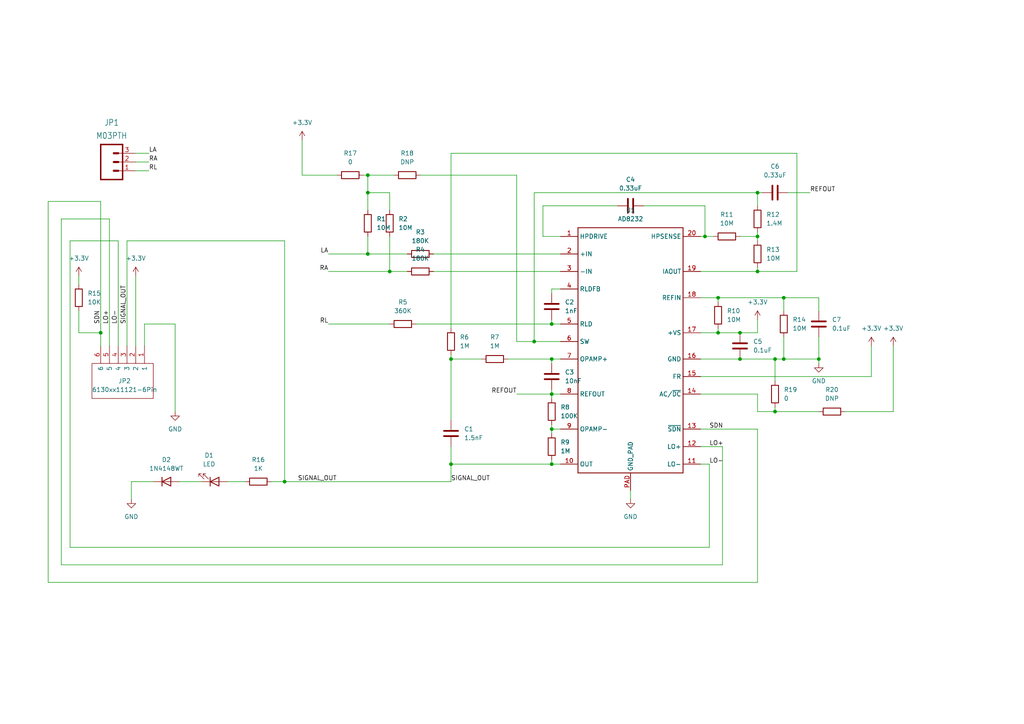
<source format=kicad_sch>
(kicad_sch (version 20211123) (generator eeschema)
  (paper "A4")
  (lib_symbols
    (symbol "AD8232:6130xx11121-6Pin" (pin_names (offset 0.762))
      (property "Reference" "J" (at 16.51 7.62 0))
      (property "Value" "6130xx11121-6Pin" (at 16.51 5.08 0))
      (symbol "6130xx11121-6Pin_0_0"
        (pin passive line (at 0 0 0) (length 5.08) (name "1") (number "1"))
        (pin passive line (at 0 -2.54 0) (length 5.08) (name "2") (number "2"))
        (pin passive line (at 0 -5.08 0) (length 5.08) (name "3") (number "3"))
        (pin passive line (at 0 -7.62 0) (length 5.08) (name "4") (number "4"))
        (pin passive line (at 0 -10.16 0) (length 5.08) (name "5") (number "5"))
        (pin passive line (at 0 -12.7 0) (length 5.08) (name "6") (number "6"))
      )
      (symbol "6130xx11121-6Pin_0_1"
        (polyline (pts (xy 5.08 2.54) (xy 15.24 2.54) (xy 15.24 -15.24) (xy 5.08 -15.24) (xy 5.08 2.54)) (stroke (width 0.1524)))
      )
    )
    (symbol "AD8232:AD8232"
      (property "Reference" "U?" (at -15.24 45.72 0))
      (property "Value" "AD8232" (at -15.24 -30.48 0))
      (symbol "AD8232_1_0"
        (polyline (pts (xy -15.24 -27.94) (xy -15.24 43.18)) (stroke (width 0.254)))
        (polyline (pts (xy -15.24 43.18) (xy 15.24 43.18)) (stroke (width 0.254)))
        (polyline (pts (xy 15.24 -27.94) (xy -15.24 -27.94)) (stroke (width 0.254)))
        (polyline (pts (xy 15.24 43.18) (xy 15.24 -27.94)) (stroke (width 0.254)))
        (pin bidirectional line (at -20.32 40.64 0) (length 5.08) (name "HPDRIVE") (number "1"))
        (pin bidirectional line (at -20.32 -25.4 0) (length 5.08) (name "OUT") (number "10"))
        (pin bidirectional line (at 20.32 -25.4 180) (length 5.08) (name "LO-") (number "11"))
        (pin bidirectional line (at 20.32 -20.32 180) (length 5.08) (name "LO+") (number "12"))
        (pin bidirectional line (at 20.32 -15.24 180) (length 5.08) (name "~{SDN}") (number "13"))
        (pin bidirectional line (at 20.32 -5.08 180) (length 5.08) (name "AC/~{DC}") (number "14"))
        (pin bidirectional line (at 20.32 0 180) (length 5.08) (name "FR") (number "15"))
        (pin bidirectional line (at 20.32 5.08 180) (length 5.08) (name "GND") (number "16"))
        (pin bidirectional line (at 20.32 12.7 180) (length 5.08) (name "+VS") (number "17"))
        (pin bidirectional line (at 20.32 22.86 180) (length 5.08) (name "REFIN") (number "18"))
        (pin bidirectional line (at 20.32 30.48 180) (length 5.08) (name "IAOUT") (number "19"))
        (pin bidirectional line (at -20.32 35.56 0) (length 5.08) (name "+IN") (number "2"))
        (pin bidirectional line (at 20.32 40.64 180) (length 5.08) (name "HPSENSE") (number "20"))
        (pin bidirectional line (at -20.32 30.48 0) (length 5.08) (name "-IN") (number "3"))
        (pin bidirectional line (at -20.32 25.4 0) (length 5.08) (name "RLDFB") (number "4"))
        (pin bidirectional line (at -20.32 15.24 0) (length 5.08) (name "RLD") (number "5"))
        (pin bidirectional line (at -20.32 10.16 0) (length 5.08) (name "SW") (number "6"))
        (pin bidirectional line (at -20.32 5.08 0) (length 5.08) (name "OPAMP+") (number "7"))
        (pin bidirectional line (at -20.32 -5.08 0) (length 5.08) (name "REFOUT") (number "8"))
        (pin bidirectional line (at -20.32 -15.24 0) (length 5.08) (name "OPAMP-") (number "9"))
        (pin bidirectional line (at 0 -33.02 90) (length 5.08) (name "GND_PAD") (number "PAD"))
      )
    )
    (symbol "AD8232:M03PTH"
      (property "Reference" "JP1" (at 5.842 2.54 0))
      (property "Value" "M03PTH" (at -7.62 2.54 0))
      (symbol "M03PTH_1_0"
        (polyline (pts (xy -2.54 5.08) (xy -2.54 -5.08)) (stroke (width 0.4064)))
        (polyline (pts (xy -2.54 5.08) (xy 3.81 5.08)) (stroke (width 0.4064)))
        (polyline (pts (xy 1.27 -2.54) (xy 2.54 -2.54)) (stroke (width 0.6096)))
        (polyline (pts (xy 1.27 0) (xy 2.54 0)) (stroke (width 0.6096)))
        (polyline (pts (xy 1.27 2.54) (xy 2.54 2.54)) (stroke (width 0.6096)))
        (polyline (pts (xy 3.81 -5.08) (xy -2.54 -5.08)) (stroke (width 0.4064)))
        (polyline (pts (xy 3.81 -5.08) (xy 3.81 5.08)) (stroke (width 0.4064)))
        (pin passive line (at 7.62 -2.54 180) (length 5.08) (name "1") (number "1"))
        (pin passive line (at 7.62 0 180) (length 5.08) (name "2") (number "2"))
        (pin passive line (at 7.62 2.54 180) (length 5.08) (name "3") (number "3"))
      )
    )
    (symbol "Device:C" (pin_numbers hide) (pin_names (offset 0.254))
      (property "Reference" "C" (at 0.635 2.54 0))
      (property "Value" "C" (at 0.635 -2.54 0))
      (symbol "C_0_1"
        (polyline (pts (xy -2.032 -0.762) (xy 2.032 -0.762)) (stroke (width 0.508)))
        (polyline (pts (xy -2.032 0.762) (xy 2.032 0.762)) (stroke (width 0.508)))
      )
      (symbol "C_1_1"
        (pin passive line (at 0 3.81 270) (length 2.794) (name "~") (number "1"))
        (pin passive line (at 0 -3.81 90) (length 2.794) (name "~") (number "2"))
      )
    )
    (symbol "Device:LED" (pin_numbers hide) (pin_names (offset 1.016) hide)
      (property "Reference" "D" (at 0 2.54 0))
      (property "Value" "LED" (at 0 -2.54 0))
      (symbol "LED_0_1"
        (polyline (pts (xy -1.27 -1.27) (xy -1.27 1.27)) (stroke (width 0.254)))
        (polyline (pts (xy -1.27 0) (xy 1.27 0)))
        (polyline (pts (xy 1.27 -1.27) (xy 1.27 1.27) (xy -1.27 0) (xy 1.27 -1.27)) (stroke (width 0.254)))
        (polyline (pts (xy -3.048 -0.762) (xy -4.572 -2.286) (xy -3.81 -2.286) (xy -4.572 -2.286) (xy -4.572 -1.524)))
        (polyline (pts (xy -1.778 -0.762) (xy -3.302 -2.286) (xy -2.54 -2.286) (xy -3.302 -2.286) (xy -3.302 -1.524)))
      )
      (symbol "LED_1_1"
        (pin passive line (at -3.81 0 0) (length 2.54) (name "K") (number "1"))
        (pin passive line (at 3.81 0 180) (length 2.54) (name "A") (number "2"))
      )
    )
    (symbol "Device:R" (pin_numbers hide) (pin_names (offset 0))
      (property "Reference" "R" (at 2.032 0 90))
      (property "Value" "R" (at 0 0 90))
      (symbol "R_0_1"
        (rectangle (start -1.016 -2.54) (end 1.016 2.54) (stroke (width 0.254)))
      )
      (symbol "R_1_1"
        (pin passive line (at 0 3.81 270) (length 1.27) (name "~") (number "1"))
        (pin passive line (at 0 -3.81 90) (length 1.27) (name "~") (number "2"))
      )
    )
    (symbol "Diode:1N4148WT" (pin_numbers hide) (pin_names (offset 1.016) hide)
      (property "Reference" "D" (at 0 2.54 0))
      (property "Value" "1N4148WT" (at 0 -2.54 0))
      (symbol "1N4148WT_0_1"
        (polyline (pts (xy -1.27 1.27) (xy -1.27 -1.27)) (stroke (width 0.254)))
        (polyline (pts (xy 1.27 0) (xy -1.27 0)))
        (polyline (pts (xy 1.27 1.27) (xy 1.27 -1.27) (xy -1.27 0) (xy 1.27 1.27)) (stroke (width 0.254)))
      )
      (symbol "1N4148WT_1_1"
        (pin passive line (at -3.81 0 0) (length 2.54) (name "K") (number "1"))
        (pin passive line (at 3.81 0 180) (length 2.54) (name "A") (number "2"))
      )
    )
    (symbol "power:+3.3V" (power) (pin_names (offset 0))
      (property "Value" "+3.3V" (at 0 3.556 0))
      (symbol "+3.3V_0_1"
        (polyline (pts (xy -0.762 1.27) (xy 0 2.54)))
        (polyline (pts (xy 0 0) (xy 0 2.54)))
        (polyline (pts (xy 0 2.54) (xy 0.762 1.27)))
      )
      (symbol "+3.3V_1_1"
        (pin power_in line (at 0 0 90) (length 0) hide (name "+3.3V") (number "1"))
      )
    )
    (symbol "power:GND" (power) (pin_names (offset 0))
      (property "Value" "GND" (at 0 -3.81 0))
      (symbol "GND_0_1"
        (polyline (pts (xy 0 0) (xy 0 -1.27) (xy 1.27 -1.27) (xy 0 -2.54) (xy -1.27 -1.27) (xy 0 -1.27)))
      )
      (symbol "GND_1_1"
        (pin power_in line (at 0 0 270) (length 0) hide (name "GND") (number "1"))
      )
    )
  )
  (junction (at 106.68 73.66))
  (junction (at 214.63 104.14))
  (junction (at 219.71 55.88))
  (junction (at 208.28 96.52))
  (junction (at 208.28 86.36))
  (junction (at 82.55 139.7))
  (junction (at 154.94 99.06))
  (junction (at 219.71 78.74))
  (junction (at 224.79 119.38))
  (junction (at 160.02 93.98))
  (junction (at 160.02 134.62))
  (junction (at 106.68 55.88))
  (junction (at 160.02 124.46))
  (junction (at 204.47 68.58))
  (junction (at 237.49 104.14))
  (junction (at 227.33 104.14))
  (junction (at 160.02 104.14))
  (junction (at 113.03 78.74))
  (junction (at 130.81 104.14))
  (junction (at 227.33 86.36))
  (junction (at 214.63 96.52))
  (junction (at 106.68 50.8))
  (junction (at 29.21 96.52))
  (junction (at 130.81 134.62))
  (junction (at 219.71 68.58))
  (junction (at 160.02 114.3))
  (junction (at 224.79 104.14))
  (wire (pts (xy 160.02 124.46) (xy 162.56 124.46)))
  (wire (pts (xy 50.8 93.98) (xy 50.8 119.38)))
  (wire (pts (xy 160.02 134.62) (xy 162.56 134.62)))
  (wire (pts (xy 160.02 114.3) (xy 160.02 113.03)))
  (wire (pts (xy 208.28 96.52) (xy 214.63 96.52)))
  (wire (pts (xy 224.79 104.14) (xy 224.79 110.49)))
  (wire (pts (xy 41.91 93.98) (xy 50.8 93.98)))
  (wire (pts (xy 17.78 163.83) (xy 17.78 63.5)))
  (wire (pts (xy 157.48 68.58) (xy 157.48 59.69)))
  (wire (pts (xy 125.73 73.66) (xy 162.56 73.66)))
  (wire (pts (xy 154.94 55.88) (xy 154.94 99.06)))
  (wire (pts (xy 209.55 163.83) (xy 17.78 163.83)))
  (wire (pts (xy 97.79 50.8) (xy 87.63 50.8)))
  (wire (pts (xy 214.63 68.58) (xy 219.71 68.58)))
  (wire (pts (xy 203.2 96.52) (xy 208.28 96.52)))
  (wire (pts (xy 219.71 55.88) (xy 154.94 55.88)))
  (wire (pts (xy 130.81 102.87) (xy 130.81 104.14)))
  (wire (pts (xy 113.03 68.58) (xy 113.03 78.74)))
  (wire (pts (xy 203.2 124.46) (xy 219.71 124.46)))
  (wire (pts (xy 227.33 86.36) (xy 237.49 86.36)))
  (wire (pts (xy 245.11 119.38) (xy 259.08 119.38)))
  (wire (pts (xy 160.02 92.71) (xy 160.02 93.98)))
  (wire (pts (xy 17.78 63.5) (xy 31.75 63.5)))
  (wire (pts (xy 147.32 104.14) (xy 160.02 104.14)))
  (wire (pts (xy 205.74 134.62) (xy 205.74 158.75)))
  (wire (pts (xy 130.81 134.62) (xy 130.81 139.7)))
  (wire (pts (xy 22.86 80.01) (xy 22.86 82.55)))
  (wire (pts (xy 29.21 58.42) (xy 29.21 96.52)))
  (wire (pts (xy 113.03 55.88) (xy 113.03 60.96)))
  (wire (pts (xy 162.56 104.14) (xy 160.02 104.14)))
  (wire (pts (xy 41.91 100.33) (xy 41.91 93.98)))
  (wire (pts (xy 13.97 168.91) (xy 13.97 58.42)))
  (wire (pts (xy 20.32 158.75) (xy 20.32 69.85)))
  (wire (pts (xy 252.73 100.33) (xy 252.73 109.22)))
  (wire (pts (xy 120.65 93.98) (xy 160.02 93.98)))
  (wire (pts (xy 203.2 78.74) (xy 219.71 78.74)))
  (wire (pts (xy 162.56 93.98) (xy 160.02 93.98)))
  (wire (pts (xy 219.71 119.38) (xy 219.71 114.3)))
  (wire (pts (xy 160.02 133.35) (xy 160.02 134.62)))
  (wire (pts (xy 38.1 139.7) (xy 38.1 144.78)))
  (wire (pts (xy 203.2 104.14) (xy 214.63 104.14)))
  (wire (pts (xy 160.02 114.3) (xy 160.02 115.57)))
  (wire (pts (xy 149.86 114.3) (xy 160.02 114.3)))
  (wire (pts (xy 231.14 44.45) (xy 130.81 44.45)))
  (wire (pts (xy 182.88 142.24) (xy 182.88 144.78)))
  (wire (pts (xy 29.21 96.52) (xy 22.86 96.52)))
  (wire (pts (xy 87.63 50.8) (xy 87.63 40.64)))
  (wire (pts (xy 31.75 63.5) (xy 31.75 100.33)))
  (wire (pts (xy 13.97 58.42) (xy 29.21 58.42)))
  (wire (pts (xy 203.2 134.62) (xy 205.74 134.62)))
  (wire (pts (xy 208.28 95.25) (xy 208.28 96.52)))
  (wire (pts (xy 219.71 55.88) (xy 220.98 55.88)))
  (wire (pts (xy 78.74 139.7) (xy 82.55 139.7)))
  (wire (pts (xy 219.71 67.31) (xy 219.71 68.58)))
  (wire (pts (xy 227.33 86.36) (xy 227.33 90.17)))
  (wire (pts (xy 231.14 78.74) (xy 231.14 44.45)))
  (wire (pts (xy 219.71 168.91) (xy 13.97 168.91)))
  (wire (pts (xy 39.37 80.01) (xy 39.37 100.33)))
  (wire (pts (xy 219.71 78.74) (xy 231.14 78.74)))
  (wire (pts (xy 203.2 68.58) (xy 204.47 68.58)))
  (wire (pts (xy 209.55 129.54) (xy 209.55 163.83)))
  (wire (pts (xy 203.2 114.3) (xy 219.71 114.3)))
  (wire (pts (xy 82.55 69.85) (xy 82.55 139.7)))
  (wire (pts (xy 219.71 124.46) (xy 219.71 168.91)))
  (wire (pts (xy 106.68 73.66) (xy 118.11 73.66)))
  (wire (pts (xy 95.25 93.98) (xy 113.03 93.98)))
  (wire (pts (xy 259.08 100.33) (xy 259.08 119.38)))
  (wire (pts (xy 219.71 92.71) (xy 219.71 96.52)))
  (wire (pts (xy 29.21 96.52) (xy 29.21 100.33)))
  (wire (pts (xy 106.68 55.88) (xy 113.03 55.88)))
  (wire (pts (xy 160.02 104.14) (xy 160.02 105.41)))
  (wire (pts (xy 160.02 83.82) (xy 160.02 85.09)))
  (wire (pts (xy 66.04 139.7) (xy 71.12 139.7)))
  (wire (pts (xy 203.2 86.36) (xy 208.28 86.36)))
  (wire (pts (xy 219.71 119.38) (xy 224.79 119.38)))
  (wire (pts (xy 227.33 97.79) (xy 227.33 104.14)))
  (wire (pts (xy 237.49 86.36) (xy 237.49 90.17)))
  (wire (pts (xy 130.81 44.45) (xy 130.81 95.25)))
  (wire (pts (xy 204.47 68.58) (xy 207.01 68.58)))
  (wire (pts (xy 219.71 68.58) (xy 219.71 69.85)))
  (wire (pts (xy 121.92 50.8) (xy 149.86 50.8)))
  (wire (pts (xy 106.68 50.8) (xy 106.68 55.88)))
  (wire (pts (xy 105.41 50.8) (xy 106.68 50.8)))
  (wire (pts (xy 130.81 134.62) (xy 160.02 134.62)))
  (wire (pts (xy 219.71 77.47) (xy 219.71 78.74)))
  (wire (pts (xy 22.86 90.17) (xy 22.86 96.52)))
  (wire (pts (xy 219.71 55.88) (xy 219.71 59.69)))
  (wire (pts (xy 130.81 129.54) (xy 130.81 134.62)))
  (wire (pts (xy 130.81 104.14) (xy 139.7 104.14)))
  (wire (pts (xy 203.2 129.54) (xy 209.55 129.54)))
  (wire (pts (xy 227.33 104.14) (xy 237.49 104.14)))
  (wire (pts (xy 162.56 68.58) (xy 157.48 68.58)))
  (wire (pts (xy 44.45 139.7) (xy 38.1 139.7)))
  (wire (pts (xy 39.37 44.45) (xy 43.18 44.45)))
  (wire (pts (xy 20.32 69.85) (xy 34.29 69.85)))
  (wire (pts (xy 52.07 139.7) (xy 58.42 139.7)))
  (wire (pts (xy 214.63 96.52) (xy 219.71 96.52)))
  (wire (pts (xy 205.74 158.75) (xy 20.32 158.75)))
  (wire (pts (xy 118.11 78.74) (xy 113.03 78.74)))
  (wire (pts (xy 106.68 68.58) (xy 106.68 73.66)))
  (wire (pts (xy 39.37 46.99) (xy 43.18 46.99)))
  (wire (pts (xy 95.25 78.74) (xy 113.03 78.74)))
  (wire (pts (xy 154.94 99.06) (xy 149.86 99.06)))
  (wire (pts (xy 82.55 139.7) (xy 130.81 139.7)))
  (wire (pts (xy 203.2 109.22) (xy 252.73 109.22)))
  (wire (pts (xy 214.63 104.14) (xy 224.79 104.14)))
  (wire (pts (xy 149.86 99.06) (xy 149.86 50.8)))
  (wire (pts (xy 208.28 86.36) (xy 227.33 86.36)))
  (wire (pts (xy 208.28 86.36) (xy 208.28 87.63)))
  (wire (pts (xy 186.69 59.69) (xy 204.47 59.69)))
  (wire (pts (xy 36.83 69.85) (xy 36.83 100.33)))
  (wire (pts (xy 160.02 123.19) (xy 160.02 124.46)))
  (wire (pts (xy 162.56 114.3) (xy 160.02 114.3)))
  (wire (pts (xy 106.68 55.88) (xy 106.68 60.96)))
  (wire (pts (xy 162.56 99.06) (xy 154.94 99.06)))
  (wire (pts (xy 162.56 83.82) (xy 160.02 83.82)))
  (wire (pts (xy 82.55 69.85) (xy 36.83 69.85)))
  (wire (pts (xy 34.29 69.85) (xy 34.29 100.33)))
  (wire (pts (xy 125.73 78.74) (xy 162.56 78.74)))
  (wire (pts (xy 157.48 59.69) (xy 179.07 59.69)))
  (wire (pts (xy 160.02 125.73) (xy 160.02 124.46)))
  (wire (pts (xy 204.47 59.69) (xy 204.47 68.58)))
  (wire (pts (xy 237.49 119.38) (xy 224.79 119.38)))
  (wire (pts (xy 95.25 73.66) (xy 106.68 73.66)))
  (wire (pts (xy 130.81 104.14) (xy 130.81 121.92)))
  (wire (pts (xy 237.49 105.41) (xy 237.49 104.14)))
  (wire (pts (xy 237.49 97.79) (xy 237.49 104.14)))
  (wire (pts (xy 224.79 119.38) (xy 224.79 118.11)))
  (wire (pts (xy 106.68 50.8) (xy 114.3 50.8)))
  (wire (pts (xy 39.37 49.53) (xy 43.18 49.53)))
  (wire (pts (xy 228.6 55.88) (xy 234.95 55.88)))
  (wire (pts (xy 224.79 104.14) (xy 227.33 104.14)))
  (label "SIGNAL_OUT" (at 86.36 139.7 0))
  (label "SIGNAL_OUT" (at 36.83 93.98 90))
  (label "LO-" (at 34.29 93.98 90))
  (label "LA" (at 95.25 73.66 180))
  (label "SIGNAL_OUT" (at 130.81 139.7 0))
  (label "SDN" (at 29.21 93.98 90))
  (label "LO-" (at 205.74 134.62 0))
  (label "SDN" (at 205.74 124.46 0))
  (label "RA" (at 95.25 78.74 180))
  (label "RA" (at 43.18 46.99 0))
  (label "LA" (at 43.18 44.45 0))
  (label "REFOUT" (at 149.86 114.3 180))
  (label "RL" (at 43.18 49.53 0))
  (label "LO+" (at 205.74 129.54 0))
  (label "RL" (at 95.25 93.98 180))
  (label "REFOUT" (at 234.95 55.88 0))
  (label "LO+" (at 31.75 93.98 90))
  (symbol (lib_id "Device:R") (at 118.11 50.8 90) (unit 1)
    (property "Reference" "R18" (at 118.11 44.45 90))
    (property "Value" "DNP" (at 118.11 46.99 90))
    (property "Footprint" "AD8232:R_0603_WJQ" (effects hide))
  )
  (symbol (lib_id "power:+3.3V") (at 39.37 80.01 0) (unit 1)
    (property "Reference" "#PWR0110" (effects hide))
    (property "Value" "+3.3V" (at 39.37 74.93 0))
  )
  (symbol (lib_id "Device:R") (at 121.92 73.66 90) (unit 1)
    (property "Reference" "R3" (at 121.92 67.31 90))
    (property "Value" "180K" (at 121.92 69.85 90))
    (property "Footprint" "AD8232:R_0603_WJQ" (effects hide))
  )
  (symbol (lib_id "Device:C") (at 160.02 88.9 0) (unit 1)
    (property "Reference" "C2" (at 163.83 87.6299 0) (effects (justify left)))
    (property "Value" "1nF" (at 163.83 90.1699 0) (effects (justify left)))
    (property "Footprint" "AD8232:C_0603_WJQ" (effects hide))
  )
  (symbol (lib_id "AD8232:AD8232") (at 182.88 109.22 0) (unit 1)
    (property "Reference" "U1" (at 182.88 60.96 0))
    (property "Value" "AD8232" (at 182.88 63.5 0))
    (property "Footprint" "AD8232:QFN50P400X400X80-21N-D" (effects hide))
  )
  (symbol (lib_id "Device:R") (at 74.93 139.7 270) (unit 1)
    (property "Reference" "R16" (at 74.93 133.35 90))
    (property "Value" "1K" (at 74.93 135.89 90))
    (property "Footprint" "AD8232:R_0603_WJQ" (effects hide))
  )
  (symbol (lib_id "Device:R") (at 106.68 64.77 0) (unit 1)
    (property "Reference" "R1" (at 109.22 63.4999 0) (effects (justify left)))
    (property "Value" "10M" (at 109.22 66.0399 0) (effects (justify left)))
    (property "Footprint" "AD8232:R_0603_WJQ" (effects hide))
  )
  (symbol (lib_id "power:+3.3V") (at 219.71 92.71 0) (unit 1)
    (property "Reference" "#PWR0105" (effects hide))
    (property "Value" "+3.3V" (at 219.71 87.63 0))
  )
  (symbol (lib_id "power:+3.3V") (at 259.08 100.33 0) (unit 1)
    (property "Reference" "#PWR0103" (effects hide))
    (property "Value" "+3.3V" (at 259.08 95.25 0))
  )
  (symbol (lib_id "AD8232:M03PTH") (at 31.75 46.99 0) (unit 1)
    (property "Reference" "JP1" (at 32.385 35.56 0) (effects (font (size 1.778 1.5113))))
    (property "Value" "M03PTH" (at 32.385 39.37 0) (effects (font (size 1.778 1.5113))))
    (property "Footprint" "AD8232:Hirose_FH12-13S-0.5SH_1x13-1MP_P0.50mm_Horizontal" (effects hide))
  )
  (symbol (lib_id "Device:R") (at 219.71 73.66 0) (unit 1)
    (property "Reference" "R13" (at 222.25 72.3899 0) (effects (justify left)))
    (property "Value" "10M" (at 222.25 74.9299 0) (effects (justify left)))
    (property "Footprint" "AD8232:R_0603_WJQ" (effects hide))
  )
  (symbol (lib_id "Device:R") (at 22.86 86.36 0) (unit 1)
    (property "Reference" "R15" (at 25.4 85.0899 0) (effects (justify left)))
    (property "Value" "10K" (at 25.4 87.6299 0) (effects (justify left)))
    (property "Footprint" "AD8232:R_0603_WJQ" (effects hide))
  )
  (symbol (lib_id "Device:R") (at 219.71 63.5 0) (unit 1)
    (property "Reference" "R12" (at 222.25 62.2299 0) (effects (justify left)))
    (property "Value" "1.4M" (at 222.25 64.7699 0) (effects (justify left)))
    (property "Footprint" "AD8232:R_0603_WJQ" (effects hide))
  )
  (symbol (lib_id "Device:R") (at 121.92 78.74 270) (unit 1)
    (property "Reference" "R4" (at 121.92 72.39 90))
    (property "Value" "180K" (at 121.92 74.93 90))
    (property "Footprint" "AD8232:R_0603_WJQ" (effects hide))
  )
  (symbol (lib_id "Device:R") (at 224.79 114.3 0) (unit 1)
    (property "Reference" "R19" (at 227.33 113.0299 0) (effects (justify left)))
    (property "Value" "0" (at 227.33 115.5699 0) (effects (justify left)))
    (property "Footprint" "AD8232:R_0603_WJQ" (effects hide))
  )
  (symbol (lib_id "power:+3.3V") (at 87.63 40.64 0) (unit 1)
    (property "Reference" "#PWR0106" (effects hide))
    (property "Value" "+3.3V" (at 87.63 35.56 0))
  )
  (symbol (lib_id "power:GND") (at 237.49 105.41 0) (unit 1)
    (property "Reference" "#PWR0104" (effects hide))
    (property "Value" "GND" (at 237.49 110.49 0))
  )
  (symbol (lib_id "Device:R") (at 130.81 99.06 180) (unit 1)
    (property "Reference" "R6" (at 133.35 97.7899 0) (effects (justify right)))
    (property "Value" "1M" (at 133.35 100.3299 0) (effects (justify right)))
    (property "Footprint" "AD8232:R_0603_WJQ" (effects hide))
  )
  (symbol (lib_id "Device:C") (at 160.02 109.22 0) (unit 1)
    (property "Reference" "C3" (at 163.83 107.9499 0) (effects (justify left)))
    (property "Value" "10nF" (at 163.83 110.4899 0) (effects (justify left)))
    (property "Footprint" "AD8232:C_0603_WJQ" (effects hide))
  )
  (symbol (lib_id "Device:C") (at 130.81 125.73 0) (unit 1)
    (property "Reference" "C1" (at 134.62 124.4599 0) (effects (justify left)))
    (property "Value" "1.5nF" (at 134.62 126.9999 0) (effects (justify left)))
    (property "Footprint" "AD8232:C_0603_WJQ" (effects hide))
  )
  (symbol (lib_id "Device:R") (at 160.02 119.38 180) (unit 1)
    (property "Reference" "R8" (at 162.56 118.1099 0) (effects (justify right)))
    (property "Value" "100K" (at 162.56 120.6499 0) (effects (justify right)))
    (property "Footprint" "AD8232:R_0603_WJQ" (effects hide))
  )
  (symbol (lib_id "Device:R") (at 116.84 93.98 90) (unit 1)
    (property "Reference" "R5" (at 116.84 87.63 90))
    (property "Value" "360K" (at 116.84 90.17 90))
    (property "Footprint" "AD8232:R_0603_WJQ" (effects hide))
  )
  (symbol (lib_id "Device:C") (at 182.88 59.69 90) (unit 1)
    (property "Reference" "C4" (at 182.88 52.07 90))
    (property "Value" "0.33uF" (at 182.88 54.61 90))
    (property "Footprint" "AD8232:C_0603_WJQ" (effects hide))
  )
  (symbol (lib_id "Device:R") (at 227.33 93.98 0) (unit 1)
    (property "Reference" "R14" (at 229.87 92.7099 0) (effects (justify left)))
    (property "Value" "10M" (at 229.87 95.2499 0) (effects (justify left)))
    (property "Footprint" "AD8232:R_0603_WJQ" (effects hide))
  )
  (symbol (lib_id "Device:R") (at 208.28 91.44 0) (unit 1)
    (property "Reference" "R10" (at 210.82 90.1699 0) (effects (justify left)))
    (property "Value" "10M" (at 210.82 92.7099 0) (effects (justify left)))
    (property "Footprint" "AD8232:R_0603_WJQ" (effects hide))
  )
  (symbol (lib_id "Device:C") (at 224.79 55.88 90) (unit 1)
    (property "Reference" "C6" (at 224.79 48.26 90))
    (property "Value" "0.33uF" (at 224.79 50.8 90))
    (property "Footprint" "AD8232:C_0603_WJQ" (effects hide))
  )
  (symbol (lib_id "power:GND") (at 38.1 144.78 0) (unit 1)
    (property "Reference" "#PWR0107" (effects hide))
    (property "Value" "GND" (at 38.1 149.86 0))
  )
  (symbol (lib_id "Device:R") (at 143.51 104.14 90) (unit 1)
    (property "Reference" "R7" (at 143.51 97.79 90))
    (property "Value" "1M" (at 143.51 100.33 90))
    (property "Footprint" "AD8232:R_0603_WJQ" (effects hide))
  )
  (symbol (lib_id "Device:C") (at 237.49 93.98 0) (unit 1)
    (property "Reference" "C7" (at 241.3 92.7099 0) (effects (justify left)))
    (property "Value" "0.1uF" (at 241.3 95.2499 0) (effects (justify left)))
    (property "Footprint" "AD8232:C_0603_WJQ" (effects hide))
  )
  (symbol (lib_id "Device:R") (at 101.6 50.8 90) (unit 1)
    (property "Reference" "R17" (at 101.6 44.45 90))
    (property "Value" "0" (at 101.6 46.99 90))
    (property "Footprint" "AD8232:R_0603_WJQ" (effects hide))
  )
  (symbol (lib_id "AD8232:6130xx11121-6Pin") (at 41.91 100.33 270) (unit 1)
    (property "Reference" "JP2" (at 34.29 110.49 90) (effects (justify left)))
    (property "Value" "6130xx11121-6Pin" (at 26.67 113.03 90) (effects (justify left)))
    (property "Footprint" "AD8232:HDRV6W64P0X254_1X6_1524X254X869P" (effects hide))
    (property "Datasheet" "https://www.we-online.com/katalog/datasheet/6130xx11121.pdf" (effects hide))
    (property "Description" "2.54MM PIN HEADER" (effects hide))
    (property "Height" "8.69" (effects hide))
    (property "Manufacturer_Name" "Wurth Elektronik" (effects hide))
    (property "Manufacturer_Part_Number" "6130xx11121-6Pin" (effects hide))
  )
  (symbol (lib_id "Device:R") (at 160.02 129.54 180) (unit 1)
    (property "Reference" "R9" (at 162.56 128.2699 0) (effects (justify right)))
    (property "Value" "1M" (at 162.56 130.8099 0) (effects (justify right)))
    (property "Footprint" "AD8232:R_0603_WJQ" (effects hide))
  )
  (symbol (lib_id "Device:LED") (at 62.23 139.7 0) (mirror x) (unit 1)
    (property "Reference" "D1" (at 60.6425 132.08 0))
    (property "Value" "LED" (at 60.6425 134.62 0))
    (property "Footprint" "LED_SMD:LED_0603_1608Metric" (effects hide))
  )
  (symbol (lib_id "power:+3.3V") (at 22.86 80.01 0) (unit 1)
    (property "Reference" "#PWR0109" (effects hide))
    (property "Value" "+3.3V" (at 22.86 74.93 0))
  )
  (symbol (lib_id "Device:R") (at 241.3 119.38 90) (unit 1)
    (property "Reference" "R20" (at 241.3 113.03 90))
    (property "Value" "DNP" (at 241.3 115.57 90))
    (property "Footprint" "AD8232:R_0603_WJQ" (effects hide))
  )
  (symbol (lib_id "power:GND") (at 50.8 119.38 0) (unit 1)
    (property "Reference" "#PWR0108" (effects hide))
    (property "Value" "GND" (at 50.8 124.46 0))
  )
  (symbol (lib_id "Diode:1N4148WT") (at 48.26 139.7 0) (unit 1)
    (property "Reference" "D2" (at 48.26 133.35 0))
    (property "Value" "1N4148WT" (at 48.26 135.89 0))
    (property "Footprint" "Diode_SMD:D_SOD-523" (effects hide))
    (property "Datasheet" "https://www.diodes.com/assets/Datasheets/ds30396.pdf" (effects hide))
  )
  (symbol (lib_id "Device:C") (at 214.63 100.33 0) (unit 1)
    (property "Reference" "C5" (at 218.44 99.0599 0) (effects (justify left)))
    (property "Value" "0.1uF" (at 218.44 101.5999 0) (effects (justify left)))
    (property "Footprint" "AD8232:C_0603_WJQ" (effects hide))
  )
  (symbol (lib_id "Device:R") (at 113.03 64.77 0) (unit 1)
    (property "Reference" "R2" (at 115.57 63.4999 0) (effects (justify left)))
    (property "Value" "10M" (at 115.57 66.0399 0) (effects (justify left)))
    (property "Footprint" "AD8232:R_0603_WJQ" (effects hide))
  )
  (symbol (lib_id "power:GND") (at 182.88 144.78 0) (unit 1)
    (property "Reference" "#PWR0101" (effects hide))
    (property "Value" "GND" (at 182.88 149.86 0))
  )
  (symbol (lib_id "Device:R") (at 210.82 68.58 90) (unit 1)
    (property "Reference" "R11" (at 210.82 62.23 90))
    (property "Value" "10M" (at 210.82 64.77 90))
    (property "Footprint" "AD8232:R_0603_WJQ" (effects hide))
  )
  (symbol (lib_id "power:+3.3V") (at 252.73 100.33 0) (unit 1)
    (property "Reference" "#PWR0102" (effects hide))
    (property "Value" "+3.3V" (at 252.73 95.25 0))
  )
)
</source>
